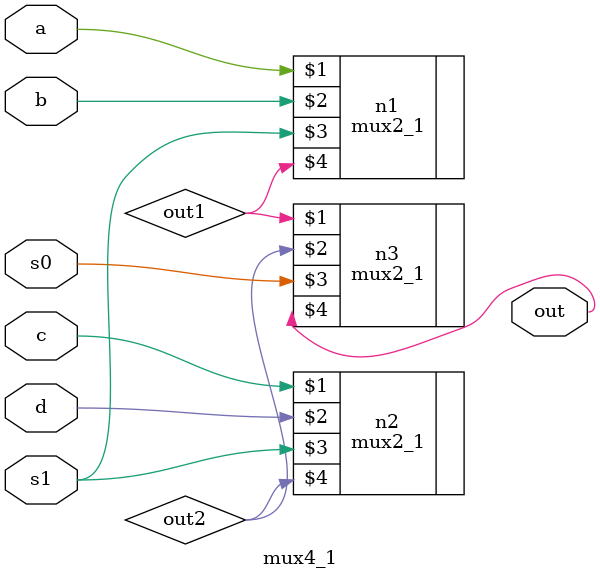
<source format=v>
`timescale 1ns / 1ps


module mux4_1(a, b, c, d, s0, s1, out);
input a, b, c, d, s0, s1;
output out;

wire out1, out2;
mux2_1 n1(a, b, s1, out1);
mux2_1 n2(c, d, s1, out2);
mux2_1 n3(out1, out2, s0, out);

endmodule

</source>
